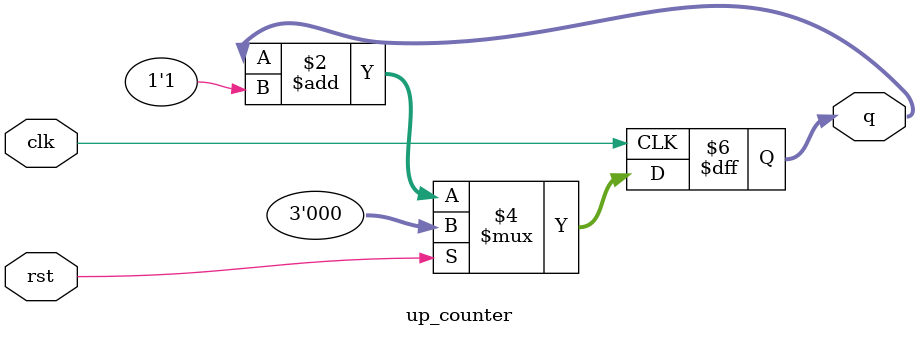
<source format=v>
module up_counter(
    input  wire clk,
    input  wire rst,      // synchronous reset
    output reg  [2:0] q
);

always @(posedge clk) begin
    if (rst)
        q <= 3'b000;
    else
        q <= q + 1'b1;
end

endmodule
</source>
